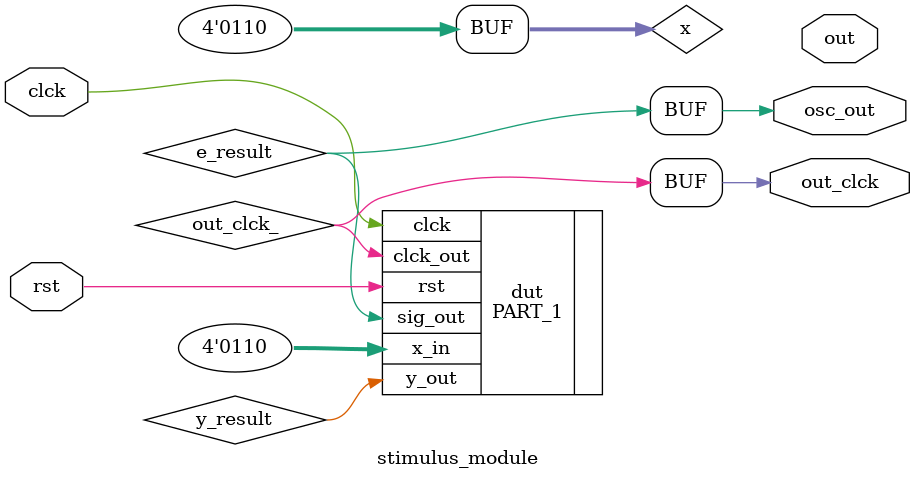
<source format=v>
module stimulus_module(
    input wire clck,
    input wire rst,
    output reg [13:0] out,   // 7-segment display output
    output signed osc_out, out_clck
);
    wire signed osc_out_, out_clck_;
    
    // Fixed stimulus values
    wire signed [3:0] x = 4'b0110;
    wire signed y_result;     // MSB output
    wire signed e_result;  // Error bits
  
    // Instantiate PART_1 logic with proper connections
    PART_1 dut (
        .clck(clck),
        .rst(rst),
        .x_in(x),
        .y_out(y_result),      // Connect to proper output
        .sig_out(e_result),      // Error output
		  .clck_out(out_clck_)
    );
    
    
    assign osc_out = e_result;
    assign out_clck = out_clck_;
    
    // Here you might want to add logic for the 7-segment display
    // Currently 'out' is declared but never assigned
    
endmodule

</source>
